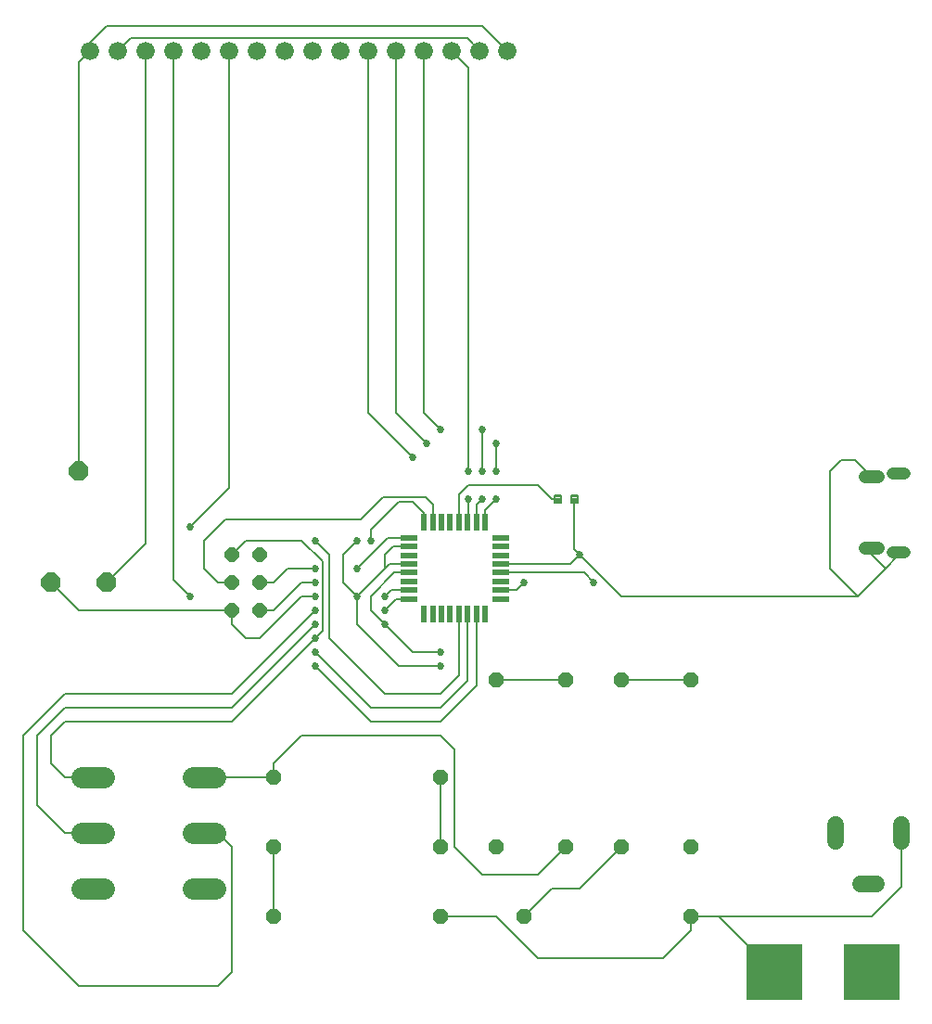
<source format=gbr>
G04 EAGLE Gerber RS-274X export*
G75*
%MOMM*%
%FSLAX34Y34*%
%LPD*%
%INTop Copper*%
%IPPOS*%
%AMOC8*
5,1,8,0,0,1.08239X$1,22.5*%
G01*
%ADD10C,1.068000*%
%ADD11C,1.218000*%
%ADD12C,1.508000*%
%ADD13P,1.539592X8X112.500000*%
%ADD14P,1.539592X8X202.500000*%
%ADD15P,1.539592X8X292.500000*%
%ADD16P,1.539592X8X22.500000*%
%ADD17C,1.981200*%
%ADD18P,1.415766X8X112.500000*%
%ADD19R,1.600000X0.550000*%
%ADD20R,0.550000X1.600000*%
%ADD21C,1.676400*%
%ADD22P,1.924489X8X22.500000*%
%ADD23C,0.190500*%
%ADD24C,0.203200*%
%ADD25C,0.685800*%
%ADD26R,5.080000X5.080000*%


D10*
X856860Y281350D02*
X867540Y281350D01*
X867540Y353650D02*
X856860Y353650D01*
D11*
X844290Y350050D02*
X832110Y350050D01*
X832110Y284950D02*
X844290Y284950D01*
D12*
X865100Y32940D02*
X865100Y17860D01*
X805100Y17860D02*
X805100Y32940D01*
X827560Y-21600D02*
X842640Y-21600D01*
D13*
X673100Y12700D03*
X673100Y165100D03*
D14*
X673100Y-50800D03*
X520700Y-50800D03*
D15*
X609600Y165100D03*
X609600Y12700D03*
D13*
X495300Y12700D03*
X495300Y165100D03*
D14*
X444500Y-50800D03*
X292100Y-50800D03*
D15*
X558800Y165100D03*
X558800Y12700D03*
D14*
X444500Y76200D03*
X292100Y76200D03*
D16*
X292100Y12700D03*
X444500Y12700D03*
D17*
X136906Y-25400D02*
X117094Y-25400D01*
X117094Y25400D02*
X136906Y25400D01*
X136906Y76200D02*
X117094Y76200D01*
X218694Y-25400D02*
X238506Y-25400D01*
X238506Y25400D02*
X218694Y25400D01*
X218694Y76200D02*
X238506Y76200D01*
D18*
X254000Y254000D03*
X279400Y254000D03*
X254000Y228600D03*
X279400Y228600D03*
X279400Y279400D03*
X254000Y279400D03*
D19*
X499000Y238700D03*
X499000Y246700D03*
X499000Y254700D03*
X499000Y262700D03*
X499000Y270700D03*
X499000Y278700D03*
X499000Y286700D03*
X499000Y294700D03*
D20*
X485200Y308500D03*
X477200Y308500D03*
X469200Y308500D03*
X461200Y308500D03*
X453200Y308500D03*
X445200Y308500D03*
X437200Y308500D03*
X429200Y308500D03*
D19*
X415400Y294700D03*
X415400Y286700D03*
X415400Y278700D03*
X415400Y270700D03*
X415400Y262700D03*
X415400Y254700D03*
X415400Y246700D03*
X415400Y238700D03*
D20*
X429200Y224900D03*
X437200Y224900D03*
X445200Y224900D03*
X453200Y224900D03*
X461200Y224900D03*
X469200Y224900D03*
X477200Y224900D03*
X485200Y224900D03*
D21*
X124500Y739200D03*
X149900Y739200D03*
X175300Y739200D03*
X200700Y739200D03*
X226100Y739200D03*
X251500Y739200D03*
X276900Y739200D03*
X302300Y739200D03*
X327700Y739200D03*
X353100Y739200D03*
X378500Y739200D03*
X403900Y739200D03*
X429300Y739200D03*
X454700Y739200D03*
X480100Y739200D03*
X505500Y739200D03*
D22*
X88900Y254000D03*
X139700Y254000D03*
X114300Y355600D03*
D23*
X548322Y326707D02*
X554038Y326707D01*
X548322Y326707D02*
X548322Y333693D01*
X554038Y333693D01*
X554038Y326707D01*
X554038Y328517D02*
X548322Y328517D01*
X548322Y330327D02*
X554038Y330327D01*
X554038Y332137D02*
X548322Y332137D01*
X563562Y326707D02*
X569278Y326707D01*
X563562Y326707D02*
X563562Y333693D01*
X569278Y333693D01*
X569278Y326707D01*
X569278Y328517D02*
X563562Y328517D01*
X563562Y330327D02*
X569278Y330327D01*
X569278Y332137D02*
X563562Y332137D01*
D24*
X317500Y241300D02*
X279400Y203200D01*
X266700Y203200D01*
X254000Y215900D01*
X254000Y228600D01*
D25*
X368300Y292100D03*
D24*
X355600Y279400D01*
X355600Y254000D01*
X368300Y241300D01*
D25*
X330200Y241300D03*
D24*
X317500Y241300D01*
D25*
X368300Y241300D03*
D24*
X397700Y270700D02*
X415400Y270700D01*
X397700Y270700D02*
X393700Y266700D01*
X368300Y241300D01*
X401000Y286700D02*
X415400Y286700D01*
X401000Y286700D02*
X393700Y279400D01*
X393700Y266700D01*
X368300Y241300D02*
X368300Y215900D01*
X406400Y177800D01*
X444500Y177800D01*
X499000Y262700D02*
X575500Y262700D01*
X584200Y254000D01*
D25*
X584200Y254000D03*
X444500Y177800D03*
D24*
X114300Y228600D02*
X88900Y254000D01*
X114300Y228600D02*
X254000Y228600D01*
X480000Y739200D02*
X480100Y739200D01*
X161330Y750630D02*
X149900Y739200D01*
X468570Y750630D02*
X480000Y739200D01*
X468570Y750630D02*
X161330Y750630D01*
X228600Y76200D02*
X292100Y76200D01*
X292100Y88900D01*
X317500Y114300D01*
X444500Y114300D01*
X457200Y101600D01*
X457200Y12700D02*
X482600Y-12700D01*
X533400Y-12700D02*
X558800Y12700D01*
X457200Y12700D02*
X457200Y101600D01*
X482600Y-12700D02*
X533400Y-12700D01*
X558800Y165100D02*
X495300Y165100D01*
X444500Y76200D02*
X444500Y12700D01*
X292100Y12700D02*
X292100Y-50800D01*
X495300Y-50800D02*
X533400Y-88900D01*
X647700Y-88900D01*
X673100Y-63500D01*
X495300Y-50800D02*
X444500Y-50800D01*
X673100Y-50800D02*
X673100Y-63500D01*
X865100Y-23900D02*
X865100Y25400D01*
X865100Y-23900D02*
X838200Y-50800D01*
X673100Y-50800D01*
D26*
X749300Y-101600D03*
D24*
X698500Y-50800D02*
X673100Y-50800D01*
X698500Y-50800D02*
X749300Y-101600D01*
X609600Y12700D02*
X571500Y-25400D01*
X546100Y-25400D01*
X520700Y-50800D01*
X609600Y165100D02*
X673100Y165100D01*
D25*
X330200Y228600D03*
X393700Y241300D03*
D24*
X399100Y246700D01*
X415400Y246700D01*
X330200Y228600D02*
X254000Y152400D01*
X241300Y-114300D02*
X114300Y-114300D01*
X241300Y-114300D02*
X254000Y-101600D01*
X254000Y12700D01*
X241300Y25400D01*
X228600Y25400D01*
X254000Y152400D02*
X101600Y152400D01*
X63500Y114300D01*
X63500Y-63500D01*
X114300Y-114300D01*
X279400Y228600D02*
X292100Y228600D01*
X317500Y254000D01*
X330200Y254000D01*
D25*
X381000Y292100D03*
D24*
X381000Y301841D01*
X406505Y327346D02*
X419100Y327346D01*
X406505Y327346D02*
X381000Y301841D01*
X429200Y308500D02*
X429200Y317246D01*
X419100Y327346D01*
D25*
X330200Y254000D03*
D24*
X254000Y254000D02*
X241300Y254000D01*
X228600Y266700D01*
X228600Y292100D01*
X371890Y311178D02*
X392122Y331410D01*
X371890Y311178D02*
X247678Y311178D01*
X437200Y308500D02*
X437200Y324800D01*
X247678Y311178D02*
X228600Y292100D01*
X392122Y331410D02*
X430590Y331410D01*
X437200Y324800D01*
X461200Y224900D02*
X461200Y169100D01*
X444500Y152400D01*
X393700Y152400D01*
X351536Y194564D01*
X342900Y203200D01*
X342900Y279400D01*
X330200Y292100D01*
D25*
X330200Y292100D03*
D24*
X292100Y254000D02*
X279400Y254000D01*
X292100Y254000D02*
X304800Y266700D01*
X368300Y266700D02*
X396300Y294700D01*
X415400Y294700D01*
D25*
X330200Y266700D03*
D24*
X304800Y266700D01*
D25*
X368300Y266700D03*
X330200Y203200D03*
X393700Y215900D03*
D24*
X402400Y262700D02*
X415400Y262700D01*
X381000Y241300D02*
X381000Y228600D01*
X393700Y215900D01*
X381000Y241300D02*
X402400Y262700D01*
X393700Y215900D02*
X419100Y190500D01*
X444500Y190500D01*
X330200Y203200D02*
X254000Y127000D01*
X101600Y127000D01*
X88900Y114300D01*
X88900Y88900D01*
X101600Y76200D01*
D25*
X571500Y279400D03*
D24*
X562800Y270700D02*
X499000Y270700D01*
X562800Y270700D02*
X571500Y279400D01*
X609600Y241300D01*
D25*
X444500Y190500D03*
D24*
X822725Y365525D02*
X838200Y350050D01*
X862200Y278000D02*
X850900Y266700D01*
X862200Y278000D02*
X862200Y281350D01*
X127000Y76200D02*
X101600Y76200D01*
D26*
X838200Y-101600D03*
D24*
X114300Y355600D02*
X114300Y729000D01*
X124450Y739150D01*
X124500Y739200D01*
X505400Y739200D02*
X505500Y739200D01*
X482600Y762000D02*
X139700Y762000D01*
X124450Y746750D01*
X124450Y739150D01*
X482600Y762000D02*
X505400Y739200D01*
X850900Y266700D02*
X825500Y241300D01*
X838200Y279400D02*
X838200Y284950D01*
X838200Y279400D02*
X850900Y266700D01*
X825500Y241300D02*
X609600Y241300D01*
X800100Y266700D02*
X825500Y241300D01*
X800100Y266700D02*
X800100Y355600D01*
X810025Y365525D01*
X822725Y365525D01*
X571500Y279400D02*
X566420Y284480D01*
X566420Y330200D01*
X266700Y292100D02*
X254000Y279400D01*
X266700Y292100D02*
X317500Y292100D01*
X336677Y272923D01*
X336677Y209677D02*
X330200Y203200D01*
X336677Y209677D02*
X336677Y272923D01*
D25*
X330200Y215900D03*
X393700Y228600D03*
D24*
X403800Y238700D01*
X415400Y238700D01*
X330200Y215900D02*
X254000Y139700D01*
X101600Y139700D01*
X76200Y114300D01*
X76200Y50800D01*
X101600Y25400D01*
X127000Y25400D01*
X175300Y289600D02*
X175300Y739200D01*
X175300Y289600D02*
X139700Y254000D01*
X469200Y224900D02*
X469200Y164400D01*
X444500Y139700D01*
X381000Y139700D01*
X330200Y190500D01*
D25*
X330200Y190500D03*
X215900Y241300D03*
D24*
X200700Y256500D01*
X200700Y739200D01*
X477200Y224900D02*
X477200Y159700D01*
X444500Y127000D01*
X381000Y127000D01*
X330200Y177800D01*
D25*
X330200Y177800D03*
X215900Y304800D03*
D24*
X251500Y340400D02*
X251500Y739200D01*
X251500Y340400D02*
X215900Y304800D01*
X499000Y246700D02*
X513400Y246700D01*
X520700Y254000D01*
D25*
X520700Y254000D03*
D24*
X378500Y408900D02*
X378500Y739200D01*
X378500Y408900D02*
X419100Y368300D01*
D25*
X419100Y368300D03*
D24*
X485200Y320100D02*
X485200Y308500D01*
X485200Y320100D02*
X495300Y330200D01*
D25*
X495300Y330200D03*
D24*
X403900Y408900D02*
X403900Y739200D01*
X403900Y408900D02*
X431800Y381000D01*
D25*
X431800Y381000D03*
X495300Y355600D03*
D24*
X495300Y381000D01*
D25*
X495300Y381000D03*
D24*
X477200Y324800D02*
X477200Y308500D01*
X477200Y324800D02*
X482600Y330200D01*
D25*
X482600Y330200D03*
D24*
X429300Y408900D02*
X429300Y739200D01*
X429300Y408900D02*
X444500Y393700D01*
D25*
X444500Y393700D03*
X482600Y355600D03*
D24*
X482600Y393700D01*
D25*
X482600Y393700D03*
X469900Y330200D03*
D24*
X469900Y724000D02*
X454700Y739200D01*
X469900Y724000D02*
X469900Y355600D01*
D25*
X469900Y355600D03*
D24*
X469900Y330200D02*
X469900Y309200D01*
X469200Y308500D01*
X461200Y308500D02*
X461200Y321500D01*
X546100Y330200D02*
X551180Y330200D01*
X546100Y330200D02*
X533400Y342900D01*
X482600Y342900D01*
X461200Y334200D02*
X461200Y321500D01*
X461200Y334200D02*
X469900Y342900D01*
X482600Y342900D01*
M02*

</source>
